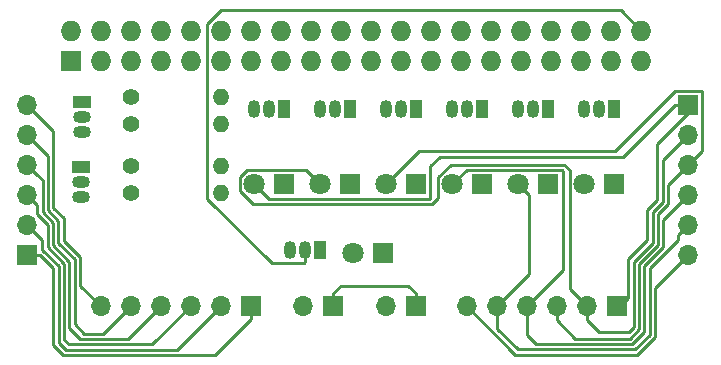
<source format=gbl>
G04 #@! TF.GenerationSoftware,KiCad,Pcbnew,(5.1.5)-3*
G04 #@! TF.CreationDate,2020-03-03T17:02:05-05:00*
G04 #@! TF.ProjectId,RPi_Zero_pHat_Template,5250695f-5a65-4726-9f5f-704861745f54,rev?*
G04 #@! TF.SameCoordinates,Original*
G04 #@! TF.FileFunction,Copper,L2,Bot*
G04 #@! TF.FilePolarity,Positive*
%FSLAX46Y46*%
G04 Gerber Fmt 4.6, Leading zero omitted, Abs format (unit mm)*
G04 Created by KiCad (PCBNEW (5.1.5)-3) date 2020-03-03 17:02:05*
%MOMM*%
%LPD*%
G04 APERTURE LIST*
%ADD10R,1.500000X1.050000*%
%ADD11O,1.500000X1.050000*%
%ADD12R,1.050000X1.500000*%
%ADD13O,1.050000X1.500000*%
%ADD14O,1.700000X1.700000*%
%ADD15R,1.700000X1.700000*%
%ADD16C,1.400000*%
%ADD17O,1.400000X1.400000*%
%ADD18O,1.727200X1.727200*%
%ADD19R,1.727200X1.727200*%
%ADD20C,1.800000*%
%ADD21R,1.800000X1.800000*%
%ADD22C,0.250000*%
G04 APERTURE END LIST*
D10*
X21932900Y-26502360D03*
D11*
X21932900Y-29042360D03*
X21932900Y-27772360D03*
D12*
X61468000Y-21590000D03*
D13*
X58928000Y-21590000D03*
X60198000Y-21590000D03*
D14*
X23548920Y-38249960D03*
X26088920Y-38249960D03*
X28628920Y-38249960D03*
X31168920Y-38249960D03*
X33708920Y-38249960D03*
D15*
X36248920Y-38249960D03*
D14*
X17343120Y-21219160D03*
X17343120Y-23759160D03*
X17343120Y-26299160D03*
X17343120Y-28839160D03*
X17343120Y-31379160D03*
D15*
X17343120Y-33919160D03*
D14*
X73322180Y-33886140D03*
X73322180Y-31346140D03*
X73322180Y-28806140D03*
X73322180Y-26266140D03*
X73322180Y-23726140D03*
D15*
X73322180Y-21186140D03*
D14*
X47708920Y-38249960D03*
D15*
X50248920Y-38249960D03*
D14*
X54548920Y-38249960D03*
X57088920Y-38249960D03*
X59628920Y-38249960D03*
X62168920Y-38249960D03*
X64708920Y-38249960D03*
D15*
X67248920Y-38249960D03*
D14*
X40708920Y-38249960D03*
D15*
X43248920Y-38249960D03*
D16*
X26162000Y-20574000D03*
D17*
X33782000Y-20574000D03*
X33782000Y-22860000D03*
D16*
X26162000Y-22860000D03*
X26162000Y-26416000D03*
D17*
X33782000Y-26416000D03*
X33782000Y-28702000D03*
D16*
X26162000Y-28702000D03*
D10*
X21958300Y-20965160D03*
D11*
X21958300Y-23505160D03*
X21958300Y-22235160D03*
D12*
X67056000Y-21590000D03*
D13*
X64516000Y-21590000D03*
X65786000Y-21590000D03*
D12*
X55880000Y-21590000D03*
D13*
X53340000Y-21590000D03*
X54610000Y-21590000D03*
D12*
X50292000Y-21590000D03*
D13*
X47752000Y-21590000D03*
X49022000Y-21590000D03*
D12*
X44704000Y-21590000D03*
D13*
X42164000Y-21590000D03*
X43434000Y-21590000D03*
D12*
X39116000Y-21590000D03*
D13*
X36576000Y-21590000D03*
X37846000Y-21590000D03*
D12*
X42164000Y-33528000D03*
D13*
X39624000Y-33528000D03*
X40894000Y-33528000D03*
D18*
X69336920Y-14919960D03*
X69336920Y-17459960D03*
X66796920Y-14919960D03*
X66796920Y-17459960D03*
X64256920Y-14919960D03*
X64256920Y-17459960D03*
X61716920Y-14919960D03*
X61716920Y-17459960D03*
X59176920Y-14919960D03*
X59176920Y-17459960D03*
X56636920Y-14919960D03*
X56636920Y-17459960D03*
X54096920Y-14919960D03*
X54096920Y-17459960D03*
X51556920Y-14919960D03*
X51556920Y-17459960D03*
X49016920Y-14919960D03*
X49016920Y-17459960D03*
X46476920Y-14919960D03*
X46476920Y-17459960D03*
X43936920Y-14919960D03*
X43936920Y-17459960D03*
X41396920Y-14919960D03*
X41396920Y-17459960D03*
X38856920Y-14919960D03*
X38856920Y-17459960D03*
X36316920Y-14919960D03*
X36316920Y-17459960D03*
X33776920Y-14919960D03*
X33776920Y-17459960D03*
X31236920Y-14919960D03*
X31236920Y-17459960D03*
X28696920Y-14919960D03*
X28696920Y-17459960D03*
X26156920Y-14919960D03*
X26156920Y-17459960D03*
X23616920Y-14919960D03*
X23616920Y-17459960D03*
X21076920Y-14919960D03*
D19*
X21076920Y-17459960D03*
D20*
X64516000Y-27940000D03*
D21*
X67056000Y-27940000D03*
D20*
X58928000Y-27940000D03*
D21*
X61468000Y-27940000D03*
D20*
X53340000Y-27940000D03*
D21*
X55880000Y-27940000D03*
D20*
X47711360Y-27940000D03*
D21*
X50251360Y-27940000D03*
D20*
X42164000Y-27940000D03*
D21*
X44704000Y-27940000D03*
D20*
X36576000Y-27940000D03*
D21*
X39116000Y-27940000D03*
D20*
X44958000Y-33782000D03*
D21*
X47498000Y-33782000D03*
D22*
X32588319Y-14349431D02*
X33729750Y-13208000D01*
X40894000Y-34528000D02*
X40818990Y-34603010D01*
X40818990Y-34603010D02*
X38028848Y-34603010D01*
X38028848Y-34603010D02*
X32588319Y-29162481D01*
X40894000Y-33528000D02*
X40894000Y-34528000D01*
X32588319Y-29162481D02*
X32588319Y-14349431D01*
X67624960Y-13208000D02*
X69336920Y-14919960D01*
X33729750Y-13208000D02*
X67624960Y-13208000D01*
X71420309Y-21988011D02*
X72222180Y-21186140D01*
X72222180Y-21186140D02*
X73322180Y-21186140D01*
X67812310Y-25596010D02*
X72222180Y-21186140D01*
X52260962Y-25596010D02*
X67812310Y-25596010D01*
X51476361Y-26380611D02*
X52260962Y-25596010D01*
X51476361Y-29100001D02*
X51476361Y-26380611D01*
X51411361Y-29165001D02*
X51476361Y-29100001D01*
X37801001Y-29165001D02*
X51411361Y-29165001D01*
X36576000Y-27940000D02*
X37801001Y-29165001D01*
X73322180Y-21927820D02*
X73322180Y-21186140D01*
X70696796Y-24553204D02*
X73322180Y-21927820D01*
X70696795Y-29253055D02*
X70696796Y-24553204D01*
X69856801Y-30093049D02*
X70696795Y-29253055D01*
X67525800Y-38249960D02*
X68248082Y-37527678D01*
X67248920Y-38249960D02*
X67525800Y-38249960D01*
X69856800Y-32652520D02*
X69856801Y-30093049D01*
X68248082Y-37527678D02*
X68248082Y-34261238D01*
X68248082Y-34261238D02*
X69856800Y-32652520D01*
X71206828Y-33257351D02*
X71206828Y-30921492D01*
X69598111Y-34866068D02*
X71206828Y-33257351D01*
X59628920Y-40685600D02*
X60416010Y-41472690D01*
X59628920Y-38249960D02*
X59628920Y-40685600D01*
X69598110Y-40414370D02*
X69598111Y-34866068D01*
X71206828Y-30921492D02*
X73322180Y-28806140D01*
X60416010Y-41472690D02*
X68539790Y-41472690D01*
X68539790Y-41472690D02*
X69598110Y-40414370D01*
X62693001Y-26779999D02*
X62693001Y-35185879D01*
X60478919Y-37399961D02*
X59628920Y-38249960D01*
X62693001Y-35185879D02*
X60478919Y-37399961D01*
X62628001Y-26714999D02*
X62693001Y-26779999D01*
X54565001Y-26714999D02*
X62628001Y-26714999D01*
X53340000Y-27940000D02*
X54565001Y-26714999D01*
X70048120Y-40700960D02*
X70048120Y-35052469D01*
X72472181Y-32196139D02*
X73322180Y-31346140D01*
X72472181Y-32628408D02*
X72472181Y-32196139D01*
X70048120Y-35052469D02*
X72472181Y-32628408D01*
X57088920Y-38249960D02*
X57088920Y-40153550D01*
X57088920Y-40153550D02*
X58858070Y-41922700D01*
X68826380Y-41922700D02*
X70048120Y-40700960D01*
X58858070Y-41922700D02*
X68826380Y-41922700D01*
X57938919Y-37399961D02*
X57088920Y-38249960D01*
X59827999Y-35510881D02*
X57938919Y-37399961D01*
X59827999Y-28839999D02*
X59827999Y-35510881D01*
X58928000Y-27940000D02*
X59827999Y-28839999D01*
X54548920Y-38249960D02*
X58673910Y-42374950D01*
X69010540Y-42374950D02*
X70498130Y-40887360D01*
X58673910Y-42374950D02*
X69010540Y-42374950D01*
X70498130Y-36710190D02*
X73322180Y-33886140D01*
X70498130Y-40887360D02*
X70498130Y-36710190D01*
X43248920Y-37149960D02*
X43876220Y-36522660D01*
X43248920Y-38249960D02*
X43248920Y-37149960D01*
X50248920Y-37149960D02*
X50248920Y-38249960D01*
X49621620Y-36522660D02*
X50248920Y-37149960D01*
X43876220Y-36522660D02*
X49621620Y-36522660D01*
X18193119Y-22069159D02*
X17343120Y-21219160D01*
X19543147Y-29930955D02*
X19543147Y-23419187D01*
X21818210Y-36519250D02*
X21818210Y-34112200D01*
X19543147Y-23419187D02*
X18193119Y-22069159D01*
X23548920Y-38249960D02*
X21818210Y-36519250D01*
X20429557Y-32723547D02*
X20429557Y-30817365D01*
X21818210Y-34112200D02*
X20429557Y-32723547D01*
X20429557Y-30817365D02*
X19543147Y-29930955D01*
X19093138Y-25509178D02*
X17343120Y-23759160D01*
X19979549Y-32909949D02*
X19979548Y-31003766D01*
X23763970Y-40574910D02*
X22159910Y-40574910D01*
X22159910Y-40574910D02*
X21368200Y-39783200D01*
X19093139Y-30117357D02*
X19093138Y-25509178D01*
X21368200Y-34298600D02*
X19979549Y-32909949D01*
X19979548Y-31003766D02*
X19093139Y-30117357D01*
X26088920Y-38249960D02*
X23763970Y-40574910D01*
X21368200Y-39783200D02*
X21368200Y-34298600D01*
X18193119Y-27149159D02*
X17343120Y-26299160D01*
X18643129Y-27599169D02*
X18193119Y-27149159D01*
X19529539Y-31190167D02*
X18643129Y-30303757D01*
X19529539Y-33096349D02*
X19529539Y-31190167D01*
X28628920Y-38249960D02*
X25853960Y-41024920D01*
X18643129Y-30303757D02*
X18643129Y-27599169D01*
X20918190Y-34485000D02*
X19529539Y-33096349D01*
X20918190Y-40102810D02*
X20918190Y-34485000D01*
X21840300Y-41024920D02*
X20918190Y-40102810D01*
X25853960Y-41024920D02*
X21840300Y-41024920D01*
X18193119Y-29689159D02*
X17343120Y-28839160D01*
X19079530Y-31376568D02*
X18193119Y-30490157D01*
X18193119Y-30490157D02*
X18193119Y-29689159D01*
X19079531Y-33282751D02*
X19079530Y-31376568D01*
X31168920Y-38249960D02*
X27943950Y-41474930D01*
X20847590Y-41474930D02*
X20468180Y-41095520D01*
X20468180Y-41095520D02*
X20468180Y-34671400D01*
X27943950Y-41474930D02*
X20847590Y-41474930D01*
X20468180Y-34671400D02*
X19079531Y-33282751D01*
X18629521Y-33469151D02*
X18629521Y-32665561D01*
X30033940Y-41924940D02*
X20586400Y-41924940D01*
X33708920Y-38249960D02*
X30033940Y-41924940D01*
X20586400Y-41924940D02*
X20018170Y-41356710D01*
X20018170Y-41356710D02*
X20018170Y-34857800D01*
X20018170Y-34857800D02*
X18629521Y-33469151D01*
X18629521Y-32665561D02*
X17343120Y-31379160D01*
X18443120Y-33919160D02*
X17343120Y-33919160D01*
X19568160Y-35044200D02*
X18443120Y-33919160D01*
X36248920Y-39349960D02*
X33223930Y-42374950D01*
X33223930Y-42374950D02*
X20378550Y-42374950D01*
X20378550Y-42374950D02*
X19568160Y-41564560D01*
X36248920Y-38249960D02*
X36248920Y-39349960D01*
X19568160Y-41564560D02*
X19568160Y-35044200D01*
X63290999Y-36832039D02*
X63858921Y-37399961D01*
X62814402Y-26264990D02*
X63290999Y-26741587D01*
X63290999Y-26741587D02*
X63290999Y-36832039D01*
X53202008Y-26264990D02*
X62814402Y-26264990D01*
X52114999Y-27351999D02*
X53202008Y-26264990D01*
X52114999Y-29097773D02*
X52114999Y-27351999D01*
X51597762Y-29615010D02*
X52114999Y-29097773D01*
X36438008Y-29615010D02*
X51597762Y-29615010D01*
X35350999Y-28528001D02*
X36438008Y-29615010D01*
X63858921Y-37399961D02*
X64708920Y-38249960D01*
X35350999Y-27351999D02*
X35350999Y-28528001D01*
X40938999Y-26714999D02*
X35987999Y-26714999D01*
X35987999Y-26714999D02*
X35350999Y-27351999D01*
X42164000Y-27940000D02*
X40938999Y-26714999D01*
X71870319Y-25178001D02*
X73322180Y-23726140D01*
X71146805Y-25901515D02*
X71870319Y-25178001D01*
X70306810Y-30279450D02*
X71146805Y-29439455D01*
X68698093Y-34493266D02*
X70306809Y-32884550D01*
X70306809Y-32884550D02*
X70306810Y-30279450D01*
X64708920Y-39452041D02*
X65729239Y-40472360D01*
X71146805Y-29439455D02*
X71146805Y-25901515D01*
X65729239Y-40472360D02*
X68267300Y-40472360D01*
X68267300Y-40472360D02*
X68698090Y-40041570D01*
X64708920Y-38249960D02*
X64708920Y-39452041D01*
X68698090Y-40041570D02*
X68698093Y-34493266D01*
X71596815Y-27991505D02*
X73322180Y-26266140D01*
X71596815Y-29625855D02*
X71596815Y-27991505D01*
X70756819Y-30465851D02*
X71596815Y-29625855D01*
X70756818Y-33070951D02*
X70756819Y-30465851D01*
X69148102Y-34679667D02*
X70756818Y-33070951D01*
X62168920Y-39452041D02*
X63739559Y-41022680D01*
X62168920Y-38249960D02*
X62168920Y-39452041D01*
X68353390Y-41022680D02*
X69148100Y-40227970D01*
X63739559Y-41022680D02*
X68353390Y-41022680D01*
X69148100Y-40227970D02*
X69148102Y-34679667D01*
X74172179Y-25416141D02*
X73322180Y-26266140D01*
X74497181Y-25091139D02*
X74172179Y-25416141D01*
X74432181Y-20011139D02*
X74497181Y-20076139D01*
X72212179Y-20011139D02*
X74432181Y-20011139D01*
X67077318Y-25146000D02*
X72212179Y-20011139D01*
X50505360Y-25146000D02*
X67077318Y-25146000D01*
X74497181Y-20076139D02*
X74497181Y-25091139D01*
X47711360Y-27940000D02*
X50505360Y-25146000D01*
M02*

</source>
